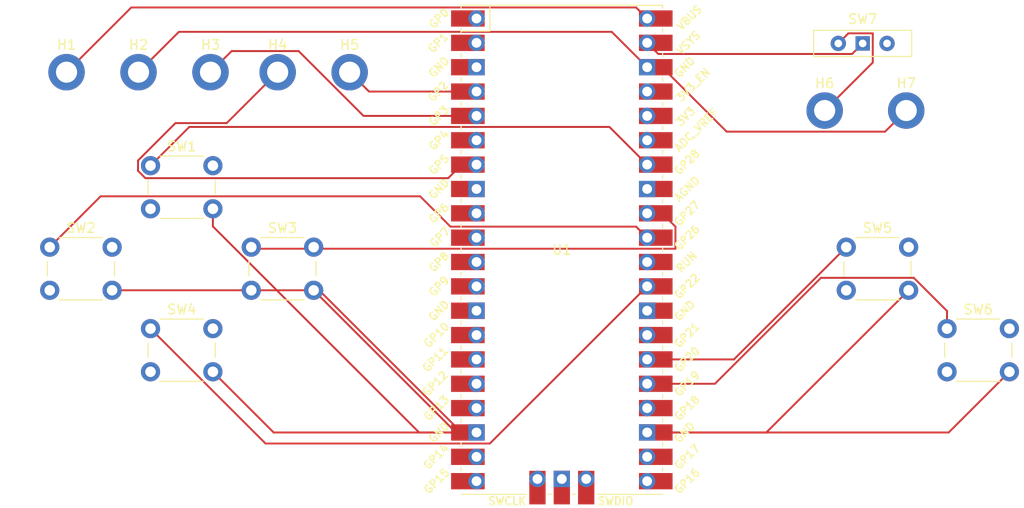
<source format=kicad_pcb>
(kicad_pcb (version 20241229) (generator "pcbnew") (generator_version "9.0")
  (layers (0 "F.Cu" signal) (2 "B.Cu" signal) (13 "F.Paste" user) (15 "B.Paste" user) (5 "F.SilkS" user "F.Silkscreen") (7 "B.SilkS" user "B.Silkscreen") (1 "F.Mask" user) (3 "B.Mask" user) (25 "Edge.Cuts" user))
  (net 0 "")
  (net 1 "Net-(U1-VBUS)")
  (net 2 "Net-(H2-Pad1)")
  (net 3 "Net-(U1-GPIO3)")
  (net 4 "Net-(U1-GPIO5)")
  (net 5 "Net-(U1-GPIO2)")
  (net 6 "Net-(SW7-B)")
  (net 7 "Net-(U1-GPIO28_ADC2)")
  (net 8 "Net-(SW1-Pad2)")
  (net 9 "Net-(U1-GPIO26_ADC0)")
  (net 10 "Net-(U1-GPIO27_ADC1)")
  (net 11 "Net-(U1-GPIO22)")
  (net 12 "Net-(SW5-Pad2)")
  (net 13 "Net-(U1-GPIO20)")
  (net 14 "Net-(U1-GPIO19)")
  (net 16 "Net-(SW7-A)")
  (footprint "MountingHole:MountingHole_2.2mm_M2_DIN965_Pad" (layer "F.Cu") (at 70.5 74)
    (property "Reference" "H1" (at 0 -2.85 0) (layer "F.SilkS"))
    (property "Value" "MountingHole_Pad")
    (pad "1" thru_hole circle (at 0 0) (size 3.8 3.8) (drill 2.2) (layers "*.Cu" "*.Mask") (net 1 "Net-(U1-VBUS)"))
  )
  (footprint "Button_Switch_THT:SW_PUSH_6mm" (layer "F.Cu") (at 79.25 83.75)
    (property "Reference" "SW1" (at 3.25 -2 0) (layer "F.SilkS"))
    (property "Value" "SW_Push")
    (fp_line (start -0.25 1.5) (end -0.25 3) (stroke (width 0.12)) (layer "F.SilkS"))
    (fp_line (start 1 5.5) (end 5.5 5.5) (stroke (width 0.12)) (layer "F.SilkS"))
    (fp_line (start 5.5 -1) (end 1 -1) (stroke (width 0.12)) (layer "F.SilkS"))
    (fp_line (start 6.75 3) (end 6.75 1.5) (stroke (width 0.12)) (layer "F.SilkS"))
    (pad "1" thru_hole circle (at 0 0 90) (size 2 2) (drill 1.1) (layers "*.Cu" "*.Mask") (net 7 "Net-(U1-GPIO28_ADC2)"))
    (pad "1" thru_hole circle (at 6.5 0 90) (size 2 2) (drill 1.1) (layers "*.Cu" "*.Mask") (net 7 "Net-(U1-GPIO28_ADC2)"))
    (pad "2" thru_hole circle (at 0 4.5 90) (size 2 2) (drill 1.1) (layers "*.Cu" "*.Mask") (net 8 "Net-(SW1-Pad2)"))
    (pad "2" thru_hole circle (at 6.5 4.5 90) (size 2 2) (drill 1.1) (layers "*.Cu" "*.Mask") (net 8 "Net-(SW1-Pad2)"))
  )
  (footprint "Button_Switch_THT:SW_PUSH_6mm" (layer "F.Cu") (at 89.75 92.25)
    (property "Reference" "SW3" (at 3.25 -2 0) (layer "F.SilkS"))
    (property "Value" "SW_Push")
    (fp_line (start -0.25 1.5) (end -0.25 3) (stroke (width 0.12)) (layer "F.SilkS"))
    (fp_line (start 1 5.5) (end 5.5 5.5) (stroke (width 0.12)) (layer "F.SilkS"))
    (fp_line (start 5.5 -1) (end 1 -1) (stroke (width 0.12)) (layer "F.SilkS"))
    (fp_line (start 6.75 3) (end 6.75 1.5) (stroke (width 0.12)) (layer "F.SilkS"))
    (pad "1" thru_hole circle (at 0 0 90) (size 2 2) (drill 1.1) (layers "*.Cu" "*.Mask") (net 10 "Net-(U1-GPIO27_ADC1)"))
    (pad "1" thru_hole circle (at 6.5 0 90) (size 2 2) (drill 1.1) (layers "*.Cu" "*.Mask") (net 10 "Net-(U1-GPIO27_ADC1)"))
    (pad "2" thru_hole circle (at 0 4.5 90) (size 2 2) (drill 1.1) (layers "*.Cu" "*.Mask") (net 8 "Net-(SW1-Pad2)"))
    (pad "2" thru_hole circle (at 6.5 4.5 90) (size 2 2) (drill 1.1) (layers "*.Cu" "*.Mask") (net 8 "Net-(SW1-Pad2)"))
  )
  (footprint "Button_Switch_THT:SW_Slide-03_Wuerth-WS-SLTV_10x2.5x6.4_P2.54mm" (layer "F.Cu") (at 153.46 71)
    (property "Reference" "SW7" (at 0 -2.54 0) (layer "F.SilkS"))
    (property "Value" "SW_SPDT")
    (fp_rect (start -5.11 -1.36) (end 5.11 1.36) (stroke (width 0.12)) (fill no) (layer "F.SilkS"))
    (pad "1" thru_hole rect (at 0 0) (size 1.5 1.5) (drill 0.8) (layers "*.Cu" "*.Mask") (net 16 "Net-(SW7-A)"))
    (pad "2" thru_hole circle (at -2.54 0) (size 1.6 1.6) (drill 0.8) (layers "*.Cu" "*.Mask") (net 6 "Net-(SW7-B)"))
    (pad "3" thru_hole circle (at 2.54 0) (size 1.6 1.6) (drill 0.8) (layers "*.Cu" "*.Mask"))
  )
  (footprint "Button_Switch_THT:SW_PUSH_6mm" (layer "F.Cu") (at 151.75 92.25)
    (property "Reference" "SW5" (at 3.25 -2 0) (layer "F.SilkS"))
    (property "Value" "SW_Push")
    (fp_line (start -0.25 1.5) (end -0.25 3) (stroke (width 0.12)) (layer "F.SilkS"))
    (fp_line (start 1 5.5) (end 5.5 5.5) (stroke (width 0.12)) (layer "F.SilkS"))
    (fp_line (start 5.5 -1) (end 1 -1) (stroke (width 0.12)) (layer "F.SilkS"))
    (fp_line (start 6.75 3) (end 6.75 1.5) (stroke (width 0.12)) (layer "F.SilkS"))
    (pad "1" thru_hole circle (at 0 0 90) (size 2 2) (drill 1.1) (layers "*.Cu" "*.Mask") (net 13 "Net-(U1-GPIO20)"))
    (pad "1" thru_hole circle (at 6.5 0 90) (size 2 2) (drill 1.1) (layers "*.Cu" "*.Mask") (net 13 "Net-(U1-GPIO20)"))
    (pad "2" thru_hole circle (at 0 4.5 90) (size 2 2) (drill 1.1) (layers "*.Cu" "*.Mask") (net 12 "Net-(SW5-Pad2)"))
    (pad "2" thru_hole circle (at 6.5 4.5 90) (size 2 2) (drill 1.1) (layers "*.Cu" "*.Mask") (net 12 "Net-(SW5-Pad2)"))
  )
  (footprint "Button_Switch_THT:SW_PUSH_6mm" (layer "F.Cu") (at 68.75 92.25)
    (property "Reference" "SW2" (at 3.25 -2 0) (layer "F.SilkS"))
    (property "Value" "SW_Push")
    (fp_line (start -0.25 1.5) (end -0.25 3) (stroke (width 0.12)) (layer "F.SilkS"))
    (fp_line (start 1 5.5) (end 5.5 5.5) (stroke (width 0.12)) (layer "F.SilkS"))
    (fp_line (start 5.5 -1) (end 1 -1) (stroke (width 0.12)) (layer "F.SilkS"))
    (fp_line (start 6.75 3) (end 6.75 1.5) (stroke (width 0.12)) (layer "F.SilkS"))
    (pad "1" thru_hole circle (at 0 0 90) (size 2 2) (drill 1.1) (layers "*.Cu" "*.Mask") (net 9 "Net-(U1-GPIO26_ADC0)"))
    (pad "1" thru_hole circle (at 6.5 0 90) (size 2 2) (drill 1.1) (layers "*.Cu" "*.Mask") (net 9 "Net-(U1-GPIO26_ADC0)"))
    (pad "2" thru_hole circle (at 0 4.5 90) (size 2 2) (drill 1.1) (layers "*.Cu" "*.Mask") (net 8 "Net-(SW1-Pad2)"))
    (pad "2" thru_hole circle (at 6.5 4.5 90) (size 2 2) (drill 1.1) (layers "*.Cu" "*.Mask") (net 8 "Net-(SW1-Pad2)"))
  )
  (footprint "MountingHole:MountingHole_2.2mm_M2_DIN965_Pad" (layer "F.Cu") (at 92.5 74)
    (property "Reference" "H4" (at 0 -2.85 0) (layer "F.SilkS"))
    (property "Value" "MountingHole_Pad")
    (pad "1" thru_hole circle (at 0 0) (size 3.8 3.8) (drill 2.2) (layers "*.Cu" "*.Mask") (net 4 "Net-(U1-GPIO5)"))
  )
  (footprint "Button_Switch_THT:SW_PUSH_6mm" (layer "F.Cu") (at 162.25 100.75)
    (property "Reference" "SW6" (at 3.25 -2 0) (layer "F.SilkS"))
    (property "Value" "SW_Push")
    (fp_line (start -0.25 1.5) (end -0.25 3) (stroke (width 0.12)) (layer "F.SilkS"))
    (fp_line (start 1 5.5) (end 5.5 5.5) (stroke (width 0.12)) (layer "F.SilkS"))
    (fp_line (start 5.5 -1) (end 1 -1) (stroke (width 0.12)) (layer "F.SilkS"))
    (fp_line (start 6.75 3) (end 6.75 1.5) (stroke (width 0.12)) (layer "F.SilkS"))
    (pad "1" thru_hole circle (at 0 0 90) (size 2 2) (drill 1.1) (layers "*.Cu" "*.Mask") (net 14 "Net-(U1-GPIO19)"))
    (pad "1" thru_hole circle (at 6.5 0 90) (size 2 2) (drill 1.1) (layers "*.Cu" "*.Mask") (net 14 "Net-(U1-GPIO19)"))
    (pad "2" thru_hole circle (at 0 4.5 90) (size 2 2) (drill 1.1) (layers "*.Cu" "*.Mask") (net 12 "Net-(SW5-Pad2)"))
    (pad "2" thru_hole circle (at 6.5 4.5 90) (size 2 2) (drill 1.1) (layers "*.Cu" "*.Mask") (net 12 "Net-(SW5-Pad2)"))
  )
  (footprint "Button_Switch_THT:SW_PUSH_6mm" (layer "F.Cu") (at 79.25 100.75)
    (property "Reference" "SW4" (at 3.25 -2 0) (layer "F.SilkS"))
    (property "Value" "SW_Push")
    (fp_line (start -0.25 1.5) (end -0.25 3) (stroke (width 0.12)) (layer "F.SilkS"))
    (fp_line (start 1 5.5) (end 5.5 5.5) (stroke (width 0.12)) (layer "F.SilkS"))
    (fp_line (start 5.5 -1) (end 1 -1) (stroke (width 0.12)) (layer "F.SilkS"))
    (fp_line (start 6.75 3) (end 6.75 1.5) (stroke (width 0.12)) (layer "F.SilkS"))
    (pad "1" thru_hole circle (at 0 0 90) (size 2 2) (drill 1.1) (layers "*.Cu" "*.Mask") (net 11 "Net-(U1-GPIO22)"))
    (pad "1" thru_hole circle (at 6.5 0 90) (size 2 2) (drill 1.1) (layers "*.Cu" "*.Mask") (net 11 "Net-(U1-GPIO22)"))
    (pad "2" thru_hole circle (at 0 4.5 90) (size 2 2) (drill 1.1) (layers "*.Cu" "*.Mask") (net 8 "Net-(SW1-Pad2)"))
    (pad "2" thru_hole circle (at 6.5 4.5 90) (size 2 2) (drill 1.1) (layers "*.Cu" "*.Mask") (net 8 "Net-(SW1-Pad2)"))
  )
  (footprint "MountingHole:MountingHole_2.2mm_M2_DIN965_Pad" (layer "F.Cu") (at 149.5 78)
    (property "Reference" "H6" (at 0 -2.85 0) (layer "F.SilkS"))
    (property "Value" "MountingHole_Pad")
    (pad "1" thru_hole circle (at 0 0) (size 3.8 3.8) (drill 2.2) (layers "*.Cu" "*.Mask") (net 6 "Net-(SW7-B)"))
  )
  (footprint "MCU_RaspberryPi_and_Boards:RPi_Pico_SMD_TH" (layer "F.Cu") (at 122.11 92.53)
    (property "Reference" "U1" (at 0 0 0) (layer "F.SilkS"))
    (property "Value" "Pico")
    (fp_line (start -10.5 -25.5) (end -10.5 -25.2) (stroke (width 0.12)) (layer "F.SilkS"))
    (fp_line (start -10.5 -25.5) (end 10.5 -25.5) (stroke (width 0.12)) (layer "F.SilkS"))
    (fp_line (start -10.5 -23.1) (end -10.5 -22.7) (stroke (width 0.12)) (layer "F.SilkS"))
    (fp_line (start -10.5 -22.833) (end -7.493 -22.833) (stroke (width 0.12)) (layer "F.SilkS"))
    (fp_line (start -10.5 -20.5) (end -10.5 -20.1) (stroke (width 0.12)) (layer "F.SilkS"))
    (fp_line (start -10.5 -18) (end -10.5 -17.6) (stroke (width 0.12)) (layer "F.SilkS"))
    (fp_line (start -10.5 -15.4) (end -10.5 -15) (stroke (width 0.12)) (layer "F.SilkS"))
    (fp_line (start -10.5 -12.9) (end -10.5 -12.5) (stroke (width 0.12)) (layer "F.SilkS"))
    (fp_line (start -10.5 -10.4) (end -10.5 -10) (stroke (width 0.12)) (layer "F.SilkS"))
    (fp_line (start -10.5 -7.8) (end -10.5 -7.4) (stroke (width 0.12)) (layer "F.SilkS"))
    (fp_line (start -10.5 -5.3) (end -10.5 -4.9) (stroke (width 0.12)) (layer "F.SilkS"))
    (fp_line (start -10.5 -2.7) (end -10.5 -2.3) (stroke (width 0.12)) (layer "F.SilkS"))
    (fp_line (start -10.5 -0.2) (end -10.5 0.2) (stroke (width 0.12)) (layer "F.SilkS"))
    (fp_line (start -10.5 2.3) (end -10.5 2.7) (stroke (width 0.12)) (layer "F.SilkS"))
    (fp_line (start -10.5 4.9) (end -10.5 5.3) (stroke (width 0.12)) (layer "F.SilkS"))
    (fp_line (start -10.5 7.4) (end -10.5 7.8) (stroke (width 0.12)) (layer "F.SilkS"))
    (fp_line (start -10.5 10) (end -10.5 10.4) (stroke (width 0.12)) (layer "F.SilkS"))
    (fp_line (start -10.5 12.5) (end -10.5 12.9) (stroke (width 0.12)) (layer "F.SilkS"))
    (fp_line (start -10.5 15.1) (end -10.5 15.5) (stroke (width 0.12)) (layer "F.SilkS"))
    (fp_line (start -10.5 17.6) (end -10.5 18) (stroke (width 0.12)) (layer "F.SilkS"))
    (fp_line (start -10.5 20.1) (end -10.5 20.5) (stroke (width 0.12)) (layer "F.SilkS"))
    (fp_line (start -10.5 22.7) (end -10.5 23.1) (stroke (width 0.12)) (layer "F.SilkS"))
    (fp_line (start -7.493 -22.833) (end -7.493 -25.5) (stroke (width 0.12)) (layer "F.SilkS"))
    (fp_line (start -3.7 25.5) (end -10.5 25.5) (stroke (width 0.12)) (layer "F.SilkS"))
    (fp_line (start -1.5 25.5) (end -1.1 25.5) (stroke (width 0.12)) (layer "F.SilkS"))
    (fp_line (start 1.1 25.5) (end 1.5 25.5) (stroke (width 0.12)) (layer "F.SilkS"))
    (fp_line (start 10.5 -25.5) (end 10.5 -25.2) (stroke (width 0.12)) (layer "F.SilkS"))
    (fp_line (start 10.5 -23.1) (end 10.5 -22.7) (stroke (width 0.12)) (layer "F.SilkS"))
    (fp_line (start 10.5 -20.5) (end 10.5 -20.1) (stroke (width 0.12)) (layer "F.SilkS"))
    (fp_line (start 10.5 -18) (end 10.5 -17.6) (stroke (width 0.12)) (layer "F.SilkS"))
    (fp_line (start 10.5 -15.4) (end 10.5 -15) (stroke (width 0.12)) (layer "F.SilkS"))
    (fp_line (start 10.5 -12.9) (end 10.5 -12.5) (stroke (width 0.12)) (layer "F.SilkS"))
    (fp_line (start 10.5 -10.4) (end 10.5 -10) (stroke (width 0.12)) (layer "F.SilkS"))
    (fp_line (start 10.5 -7.8) (end 10.5 -7.4) (stroke (width 0.12)) (layer "F.SilkS"))
    (fp_line (start 10.5 -5.3) (end 10.5 -4.9) (stroke (width 0.12)) (layer "F.SilkS"))
    (fp_line (start 10.5 -2.7) (end 10.5 -2.3) (stroke (width 0.12)) (layer "F.SilkS"))
    (fp_line (start 10.5 -0.2) (end 10.5 0.2) (stroke (width 0.12)) (layer "F.SilkS"))
    (fp_line (start 10.5 2.3) (end 10.5 2.7) (stroke (width 0.12)) (layer "F.SilkS"))
    (fp_line (start 10.5 4.9) (end 10.5 5.3) (stroke (width 0.12)) (layer "F.SilkS"))
    (fp_line (start 10.5 7.4) (end 10.5 7.8) (stroke (width 0.12)) (layer "F.SilkS"))
    (fp_line (start 10.5 10) (end 10.5 10.4) (stroke (width 0.12)) (layer "F.SilkS"))
    (fp_line (start 10.5 12.5) (end 10.5 12.9) (stroke (width 0.12)) (layer "F.SilkS"))
    (fp_line (start 10.5 15.1) (end 10.5 15.5) (stroke (width 0.12)) (layer "F.SilkS"))
    (fp_line (start 10.5 17.6) (end 10.5 18) (stroke (width 0.12)) (layer "F.SilkS"))
    (fp_line (start 10.5 20.1) (end 10.5 20.5) (stroke (width 0.12)) (layer "F.SilkS"))
    (fp_line (start 10.5 22.7) (end 10.5 23.1) (stroke (width 0.12)) (layer "F.SilkS"))
    (fp_line (start 10.5 25.5) (end 3.7 25.5) (stroke (width 0.12)) (layer "F.SilkS"))
    (fp_text user "GP18" (at 13.054 16.51 45) (layer "F.SilkS") (effects (font (size 0.8 0.8))))
    (fp_text user "GP4" (at -12.8 -11.43 45) (layer "F.SilkS") (effects (font (size 0.8 0.8))))
    (fp_text user "GP0" (at -12.8 -24.13 45) (layer "F.SilkS") (effects (font (size 0.8 0.8))))
    (fp_text user "GP15" (at -13.054 24.13 45) (layer "F.SilkS") (effects (font (size 0.8 0.8))))
    (fp_text user "GP12" (at -13.2 13.97 45) (layer "F.SilkS") (effects (font (size 0.8 0.8))))
    (fp_text user "GP21" (at 13.054 8.9 45) (layer "F.SilkS") (effects (font (size 0.8 0.8))))
    (fp_text user "SWDIO" (at 5.6 26.2 0) (layer "F.SilkS") (effects (font (size 0.8 0.8))))
    (fp_text user "GP27" (at 13.054 -3.8 45) (layer "F.SilkS") (effects (font (size 0.8 0.8))))
    (fp_text user "GND" (at -12.8 -19.05 45) (layer "F.SilkS") (effects (font (size 0.8 0.8))))
    (fp_text user "GP6" (at -12.8 -3.81 45) (layer "F.SilkS") (effects (font (size 0.8 0.8))))
    (fp_text user "GP2" (at -12.9 -16.51 45) (layer "F.SilkS") (effects (font (size 0.8 0.8))))
    (fp_text user "3V3_EN" (at 13.7 -17.2 45) (layer "F.SilkS") (effects (font (size 0.8 0.8))))
    (fp_text user "GP5" (at -12.8 -8.89 45) (layer "F.SilkS") (effects (font (size 0.8 0.8))))
    (fp_text user "VSYS" (at 13.2 -21.59 45) (layer "F.SilkS") (effects (font (size 0.8 0.8))))
    (fp_text user "GP3" (at -12.8 -13.97 45) (layer "F.SilkS") (effects (font (size 0.8 0.8))))
    (fp_text user "RUN" (at 13 1.27 45) (layer "F.SilkS") (effects (font (size 0.8 0.8))))
    (fp_text user "GP1" (at -12.9 -21.6 45) (layer "F.SilkS") (effects (font (size 0.8 0.8))))
    (fp_text user "GP19" (at 13.054 13.97 45) (layer "F.SilkS") (effects (font (size 0.8 0.8))))
    (fp_text user "GND" (at -12.8 6.35 45) (layer "F.SilkS") (effects (font (size 0.8 0.8))))
    (fp_text user "GP8" (at -12.8 1.27 45) (layer "F.SilkS") (effects (font (size 0.8 0.8))))
    (fp_text user "GND" (at 12.8 6.35 45) (layer "F.SilkS") (effects (font (size 0.8 0.8))))
    (fp_text user "ADC_VREF" (at 14 -12.5 45) (layer "F.SilkS") (effects (font (size 0.8 0.8))))
    (fp_text user "GND" (at -12.8 19.05 45) (layer "F.SilkS") (effects (font (size 0.8 0.8))))
    (fp_text user "GND" (at 12.8 -19.05 45) (layer "F.SilkS") (effects (font (size 0.8 0.8))))
    (fp_text user "GP14" (at -13.1 21.59 45) (layer "F.SilkS") (effects (font (size 0.8 0.8))))
    (fp_text user "GND" (at -12.8 -6.35 45) (layer "F.SilkS") (effects (font (size 0.8 0.8))))
    (fp_text user "GP22" (at 13.054 3.81 45) (layer "F.SilkS") (effects (font (size 0.8 0.8))))
    (fp_text user "GP28" (at 13.054 -9.144 45) (layer "F.SilkS") (effects (font (size 0.8 0.8))))
    (fp_text user "GP10" (at -13.054 8.89 45) (layer "F.SilkS") (effects (font (size 0.8 0.8))))
    (fp_text user "GP17" (at 13.054 21.59 45) (layer "F.SilkS") (effects (font (size 0.8 0.8))))
    (fp_text user "SWCLK" (at -5.7 26.2 0) (layer "F.SilkS") (effects (font (size 0.8 0.8))))
    (fp_text user "GND" (at 12.8 19.05 45) (layer "F.SilkS") (effects (font (size 0.8 0.8))))
    (fp_text user "3V3" (at 12.9 -13.9 45) (layer "F.SilkS") (effects (font (size 0.8 0.8))))
    (fp_text user "GP9" (at -12.8 3.81 45) (layer "F.SilkS") (effects (font (size 0.8 0.8))))
    (fp_text user "VBUS" (at 13.3 -24.2 45) (layer "F.SilkS") (effects (font (size 0.8 0.8))))
    (fp_text user "AGND" (at 13.054 -6.35 45) (layer "F.SilkS") (effects (font (size 0.8 0.8))))
    (fp_text user "GP7" (at -12.7 -1.3 45) (layer "F.SilkS") (effects (font (size 0.8 0.8))))
    (fp_text user "GP16" (at 13.054 24.13 45) (layer "F.SilkS") (effects (font (size 0.8 0.8))))
    (fp_text user "GP13" (at -13.054 16.51 45) (layer "F.SilkS") (effects (font (size 0.8 0.8))))
    (fp_text user "GP26" (at 13.054 -1.27 45) (layer "F.SilkS") (effects (font (size 0.8 0.8))))
    (fp_text user "GP20" (at 13.054 11.43 45) (layer "F.SilkS") (effects (font (size 0.8 0.8))))
    (fp_text user "GP11" (at -13.2 11.43 45) (layer "F.SilkS") (effects (font (size 0.8 0.8))))
    (pad "" np_thru_hole oval (at -2.725 -24) (size 1.8 1.8) (drill 1.8) (layers "*.Cu" "*.Mask"))
    (pad "" np_thru_hole oval (at -2.425 -20.97) (size 1.5 1.5) (drill 1.5) (layers "*.Cu" "*.Mask"))
    (pad "" np_thru_hole oval (at 2.425 -20.97) (size 1.5 1.5) (drill 1.5) (layers "*.Cu" "*.Mask"))
    (pad "" np_thru_hole oval (at 2.725 -24) (size 1.8 1.8) (drill 1.8) (layers "*.Cu" "*.Mask"))
    (pad "1" thru_hole oval (at -8.89 -24.13) (size 1.7 1.7) (drill 1.02) (layers "*.Cu" "*.Mask"))
    (pad "1" smd rect (at -8.89 -24.13) (size 3.5 1.7) (drill (offset -0.9 0)) (layers "F.Cu" "F.Mask"))
    (pad "2" thru_hole oval (at -8.89 -21.59) (size 1.7 1.7) (drill 1.02) (layers "*.Cu" "*.Mask"))
    (pad "2" smd rect (at -8.89 -21.59) (size 3.5 1.7) (drill (offset -0.9 0)) (layers "F.Cu" "F.Mask"))
    (pad "3" thru_hole rect (at -8.89 -19.05) (size 1.7 1.7) (drill 1.02) (layers "*.Cu" "*.Mask"))
    (pad "3" smd rect (at -8.89 -19.05) (size 3.5 1.7) (drill (offset -0.9 0)) (layers "F.Cu" "F.Mask"))
    (pad "4" thru_hole oval (at -8.89 -16.51) (size 1.7 1.7) (drill 1.02) (layers "*.Cu" "*.Mask") (net 5 "Net-(U1-GPIO2)"))
    (pad "4" smd rect (at -8.89 -16.51) (size 3.5 1.7) (drill (offset -0.9 0)) (layers "F.Cu" "F.Mask") (net 5 "Net-(U1-GPIO2)"))
    (pad "5" thru_hole oval (at -8.89 -13.97) (size 1.7 1.7) (drill 1.02) (layers "*.Cu" "*.Mask") (net 3 "Net-(U1-GPIO3)"))
    (pad "5" smd rect (at -8.89 -13.97) (size 3.5 1.7) (drill (offset -0.9 0)) (layers "F.Cu" "F.Mask") (net 3 "Net-(U1-GPIO3)"))
    (pad "6" thru_hole oval (at -8.89 -11.43) (size 1.7 1.7) (drill 1.02) (layers "*.Cu" "*.Mask"))
    (pad "6" smd rect (at -8.89 -11.43) (size 3.5 1.7) (drill (offset -0.9 0)) (layers "F.Cu" "F.Mask"))
    (pad "7" thru_hole oval (at -8.89 -8.89) (size 1.7 1.7) (drill 1.02) (layers "*.Cu" "*.Mask") (net 4 "Net-(U1-GPIO5)"))
    (pad "7" smd rect (at -8.89 -8.89) (size 3.5 1.7) (drill (offset -0.9 0)) (layers "F.Cu" "F.Mask") (net 4 "Net-(U1-GPIO5)"))
    (pad "8" thru_hole rect (at -8.89 -6.35) (size 1.7 1.7) (drill 1.02) (layers "*.Cu" "*.Mask"))
    (pad "8" smd rect (at -8.89 -6.35) (size 3.5 1.7) (drill (offset -0.9 0)) (layers "F.Cu" "F.Mask"))
    (pad "9" thru_hole oval (at -8.89 -3.81) (size 1.7 1.7) (drill 1.02) (layers "*.Cu" "*.Mask"))
    (pad "9" smd rect (at -8.89 -3.81) (size 3.5 1.7) (drill (offset -0.9 0)) (layers "F.Cu" "F.Mask"))
    (pad "10" thru_hole oval (at -8.89 -1.27) (size 1.7 1.7) (drill 1.02) (layers "*.Cu" "*.Mask"))
    (pad "10" smd rect (at -8.89 -1.27) (size 3.5 1.7) (drill (offset -0.9 0)) (layers "F.Cu" "F.Mask"))
    (pad "11" thru_hole oval (at -8.89 1.27) (size 1.7 1.7) (drill 1.02) (layers "*.Cu" "*.Mask"))
    (pad "11" smd rect (at -8.89 1.27) (size 3.5 1.7) (drill (offset -0.9 0)) (layers "F.Cu" "F.Mask"))
    (pad "12" thru_hole oval (at -8.89 3.81) (size 1.7 1.7) (drill 1.02) (layers "*.Cu" "*.Mask"))
    (pad "12" smd rect (at -8.89 3.81) (size 3.5 1.7) (drill (offset -0.9 0)) (layers "F.Cu" "F.Mask"))
    (pad "13" thru_hole rect (at -8.89 6.35) (size 1.7 1.7) (drill 1.02) (layers "*.Cu" "*.Mask"))
    (pad "13" smd rect (at -8.89 6.35) (size 3.5 1.7) (drill (offset -0.9 0)) (layers "F.Cu" "F.Mask"))
    (pad "14" thru_hole oval (at -8.89 8.89) (size 1.7 1.7) (drill 1.02) (layers "*.Cu" "*.Mask"))
    (pad "14" smd rect (at -8.89 8.89) (size 3.5 1.7) (drill (offset -0.9 0)) (layers "F.Cu" "F.Mask"))
    (pad "15" thru_hole oval (at -8.89 11.43) (size 1.7 1.7) (drill 1.02) (layers "*.Cu" "*.Mask"))
    (pad "15" smd rect (at -8.89 11.43) (size 3.5 1.7) (drill (offset -0.9 0)) (layers "F.Cu" "F.Mask"))
    (pad "16" thru_hole oval (at -8.89 13.97) (size 1.7 1.7) (drill 1.02) (layers "*.Cu" "*.Mask"))
    (pad "16" smd rect (at -8.89 13.97) (size 3.5 1.7) (drill (offset -0.9 0)) (layers "F.Cu" "F.Mask"))
    (pad "17" thru_hole oval (at -8.89 16.51) (size 1.7 1.7) (drill 1.02) (layers "*.Cu" "*.Mask"))
    (pad "17" smd rect (at -8.89 16.51) (size 3.5 1.7) (drill (offset -0.9 0)) (layers "F.Cu" "F.Mask"))
    (pad "18" thru_hole rect (at -8.89 19.05) (size 1.7 1.7) (drill 1.02) (layers "*.Cu" "*.Mask") (net 8 "Net-(SW1-Pad2)"))
    (pad "18" smd rect (at -8.89 19.05) (size 3.5 1.7) (drill (offset -0.9 0)) (layers "F.Cu" "F.Mask") (net 8 "Net-(SW1-Pad2)"))
    (pad "19" thru_hole oval (at -8.89 21.59) (size 1.7 1.7) (drill 1.02) (layers "*.Cu" "*.Mask"))
    (pad "19" smd rect (at -8.89 21.59) (size 3.5 1.7) (drill (offset -0.9 0)) (layers "F.Cu" "F.Mask"))
    (pad "20" thru_hole oval (at -8.89 24.13) (size 1.7 1.7) (drill 1.02) (layers "*.Cu" "*.Mask"))
    (pad "20" smd rect (at -8.89 24.13) (size 3.5 1.7) (drill (offset -0.9 0)) (layers "F.Cu" "F.Mask"))
    (pad "21" thru_hole oval (at 8.89 24.13) (size 1.7 1.7) (drill 1.02) (layers "*.Cu" "*.Mask"))
    (pad "21" smd rect (at 8.89 24.13) (size 3.5 1.7) (drill (offset 0.9 0)) (layers "F.Cu" "F.Mask"))
    (pad "22" thru_hole oval (at 8.89 21.59) (size 1.7 1.7) (drill 1.02) (layers "*.Cu" "*.Mask"))
    (pad "22" smd rect (at 8.89 21.59) (size 3.5 1.7) (drill (offset 0.9 0)) (layers "F.Cu" "F.Mask"))
    (pad "23" thru_hole rect (at 8.89 19.05) (size 1.7 1.7) (drill 1.02) (layers "*.Cu" "*.Mask") (net 12 "Net-(SW5-Pad2)"))
    (pad "23" smd rect (at 8.89 19.05) (size 3.5 1.7) (drill (offset 0.9 0)) (layers "F.Cu" "F.Mask") (net 12 "Net-(SW5-Pad2)"))
    (pad "24" thru_hole oval (at 8.89 16.51) (size 1.7 1.7) (drill 1.02) (layers "*.Cu" "*.Mask"))
    (pad "24" smd rect (at 8.89 16.51) (size 3.5 1.7) (drill (offset 0.9 0)) (layers "F.Cu" "F.Mask"))
    (pad "25" thru_hole oval (at 8.89 13.97) (size 1.7 1.7) (drill 1.02) (layers "*.Cu" "*.Mask") (net 14 "Net-(U1-GPIO19)"))
    (pad "25" smd rect (at 8.89 13.97) (size 3.5 1.7) (drill (offset 0.9 0)) (layers "F.Cu" "F.Mask") (net 14 "Net-(U1-GPIO19)"))
    (pad "26" thru_hole oval (at 8.89 11.43) (size 1.7 1.7) (drill 1.02) (layers "*.Cu" "*.Mask") (net 13 "Net-(U1-GPIO20)"))
    (pad "26" smd rect (at 8.89 11.43) (size 3.5 1.7) (drill (offset 0.9 0)) (layers "F.Cu" "F.Mask") (net 13 "Net-(U1-GPIO20)"))
    (pad "27" thru_hole oval (at 8.89 8.89) (size 1.7 1.7) (drill 1.02) (layers "*.Cu" "*.Mask"))
    (pad "27" smd rect (at 8.89 8.89) (size 3.5 1.7) (drill (offset 0.9 0)) (layers "F.Cu" "F.Mask"))
    (pad "28" thru_hole rect (at 8.89 6.35) (size 1.7 1.7) (drill 1.02) (layers "*.Cu" "*.Mask"))
    (pad "28" smd rect (at 8.89 6.35) (size 3.5 1.7) (drill (offset 0.9 0)) (layers "F.Cu" "F.Mask"))
    (pad "29" thru_hole oval (at 8.89 3.81) (size 1.7 1.7) (drill 1.02) (layers "*.Cu" "*.Mask") (net 11 "Net-(U1-GPIO22)"))
    (pad "29" smd rect (at 8.89 3.81) (size 3.5 1.7) (drill (offset 0.9 0)) (layers "F.Cu" "F.Mask") (net 11 "Net-(U1-GPIO22)"))
    (pad "30" thru_hole oval (at 8.89 1.27) (size 1.7 1.7) (drill 1.02) (layers "*.Cu" "*.Mask"))
    (pad "30" smd rect (at 8.89 1.27) (size 3.5 1.7) (drill (offset 0.9 0)) (layers "F.Cu" "F.Mask"))
    (pad "31" thru_hole oval (at 8.89 -1.27) (size 1.7 1.7) (drill 1.02) (layers "*.Cu" "*.Mask") (net 9 "Net-(U1-GPIO26_ADC0)"))
    (pad "31" smd rect (at 8.89 -1.27) (size 3.5 1.7) (drill (offset 0.9 0)) (layers "F.Cu" "F.Mask") (net 9 "Net-(U1-GPIO26_ADC0)"))
    (pad "32" thru_hole oval (at 8.89 -3.81) (size 1.7 1.7) (drill 1.02) (layers "*.Cu" "*.Mask") (net 10 "Net-(U1-GPIO27_ADC1)"))
    (pad "32" smd rect (at 8.89 -3.81) (size 3.5 1.7) (drill (offset 0.9 0)) (layers "F.Cu" "F.Mask") (net 10 "Net-(U1-GPIO27_ADC1)"))
    (pad "33" thru_hole rect (at 8.89 -6.35) (size 1.7 1.7) (drill 1.02) (layers "*.Cu" "*.Mask"))
    (pad "33" smd rect (at 8.89 -6.35) (size 3.5 1.7) (drill (offset 0.9 0)) (layers "F.Cu" "F.Mask"))
    (pad "34" thru_hole oval (at 8.89 -8.89) (size 1.7 1.7) (drill 1.02) (layers "*.Cu" "*.Mask") (net 7 "Net-(U1-GPIO28_ADC2)"))
    (pad "34" smd rect (at 8.89 -8.89) (size 3.5 1.7) (drill (offset 0.9 0)) (layers "F.Cu" "F.Mask") (net 7 "Net-(U1-GPIO28_ADC2)"))
    (pad "35" thru_hole oval (at 8.89 -11.43) (size 1.7 1.7) (drill 1.02) (layers "*.Cu" "*.Mask"))
    (pad "35" smd rect (at 8.89 -11.43) (size 3.5 1.7) (drill (offset 0.9 0)) (layers "F.Cu" "F.Mask"))
    (pad "36" thru_hole oval (at 8.89 -13.97) (size 1.7 1.7) (drill 1.02) (layers "*.Cu" "*.Mask"))
    (pad "36" smd rect (at 8.89 -13.97) (size 3.5 1.7) (drill (offset 0.9 0)) (layers "F.Cu" "F.Mask"))
    (pad "37" thru_hole oval (at 8.89 -16.51) (size 1.7 1.7) (drill 1.02) (layers "*.Cu" "*.Mask"))
    (pad "37" smd rect (at 8.89 -16.51) (size 3.5 1.7) (drill (offset 0.9 0)) (layers "F.Cu" "F.Mask"))
    (pad "38" thru_hole rect (at 8.89 -19.05) (size 1.7 1.7) (drill 1.02) (layers "*.Cu" "*.Mask") (net 2 "Net-(H2-Pad1)"))
    (pad "38" smd rect (at 8.89 -19.05) (size 3.5 1.7) (drill (offset 0.9 0)) (layers "F.Cu" "F.Mask") (net 2 "Net-(H2-Pad1)"))
    (pad "39" thru_hole oval (at 8.89 -21.59) (size 1.7 1.7) (drill 1.02) (layers "*.Cu" "*.Mask") (net 16 "Net-(SW7-A)"))
    (pad "39" smd rect (at 8.89 -21.59) (size 3.5 1.7) (drill (offset 0.9 0)) (layers "F.Cu" "F.Mask") (net 16 "Net-(SW7-A)"))
    (pad "40" thru_hole oval (at 8.89 -24.13) (size 1.7 1.7) (drill 1.02) (layers "*.Cu" "*.Mask") (net 1 "Net-(U1-VBUS)"))
    (pad "40" smd rect (at 8.89 -24.13) (size 3.5 1.7) (drill (offset 0.9 0)) (layers "F.Cu" "F.Mask") (net 1 "Net-(U1-VBUS)"))
    (pad "41" thru_hole oval (at -2.54 23.9) (size 1.7 1.7) (drill 1.02) (layers "*.Cu" "*.Mask"))
    (pad "41" smd rect (at -2.54 23.9 90) (size 3.5 1.7) (drill (offset -0.9 0)) (layers "F.Cu" "F.Mask"))
    (pad "42" thru_hole rect (at 0 23.9) (size 1.7 1.7) (drill 1.02) (layers "*.Cu" "*.Mask"))
    (pad "42" smd rect (at 0 23.9 90) (size 3.5 1.7) (drill (offset -0.9 0)) (layers "F.Cu" "F.Mask"))
    (pad "43" thru_hole oval (at 2.54 23.9) (size 1.7 1.7) (drill 1.02) (layers "*.Cu" "*.Mask"))
    (pad "43" smd rect (at 2.54 23.9 90) (size 3.5 1.7) (drill (offset -0.9 0)) (layers "F.Cu" "F.Mask"))
  )
  (footprint "MountingHole:MountingHole_2.2mm_M2_DIN965_Pad" (layer "F.Cu") (at 78 74)
    (property "Reference" "H2" (at 0 -2.85 0) (layer "F.SilkS"))
    (property "Value" "MountingHole_Pad")
    (pad "1" thru_hole circle (at 0 0) (size 3.8 3.8) (drill 2.2) (layers "*.Cu" "*.Mask") (net 2 "Net-(H2-Pad1)"))
  )
  (footprint "MountingHole:MountingHole_2.2mm_M2_DIN965_Pad" (layer "F.Cu") (at 85.5 74)
    (property "Reference" "H3" (at 0 -2.85 0) (layer "F.SilkS"))
    (property "Value" "MountingHole_Pad")
    (pad "1" thru_hole circle (at 0 0) (size 3.8 3.8) (drill 2.2) (layers "*.Cu" "*.Mask") (net 3 "Net-(U1-GPIO3)"))
  )
  (footprint "MountingHole:MountingHole_2.2mm_M2_DIN965_Pad" (layer "F.Cu") (at 158 78)
    (property "Reference" "H7" (at 0 -2.85 0) (layer "F.SilkS"))
    (property "Value" "MountingHole_Pad")
    (pad "1" thru_hole circle (at 0 0) (size 3.8 3.8) (drill 2.2) (layers "*.Cu" "*.Mask") (net 2 "Net-(H2-Pad1)"))
  )
  (footprint "MountingHole:MountingHole_2.2mm_M2_DIN965_Pad" (layer "F.Cu") (at 100 74)
    (property "Reference" "H5" (at 0 -2.85 0) (layer "F.SilkS"))
    (property "Value" "MountingHole_Pad")
    (pad "1" thru_hole circle (at 0 0) (size 3.8 3.8) (drill 2.2) (layers "*.Cu" "*.Mask") (net 5 "Net-(U1-GPIO2)"))
  )
  (segment (start 70.5 74) (end 77.251 67.249) (width 0.2) (layer "F.Cu") (net 1))
  (segment (start 129.849 67.249) (end 131 68.4) (width 0.2) (layer "F.Cu") (net 1))
  (segment (start 77.251 67.249) (end 129.849 67.249) (width 0.2) (layer "F.Cu") (net 1))
  (segment (start 158 78) (end 155.799 80.201) (width 0.2) (layer "F.Cu") (net 2))
  (segment (start 127.309 69.789) (end 131 73.48) (width 0.2) (layer "F.Cu") (net 2))
  (segment (start 78 74) (end 82.211 69.789) (width 0.2) (layer "F.Cu") (net 2))
  (segment (start 82.211 69.789) (end 127.309 69.789) (width 0.2) (layer "F.Cu") (net 2))
  (segment (start 155.799 80.201) (end 139.283 80.201) (width 0.2) (layer "F.Cu") (net 2))
  (segment (start 132.562 73.48) (end 131 73.48) (width 0.2) (layer "F.Cu") (net 2))
  (segment (start 139.283 80.201) (end 132.562 73.48) (width 0.2) (layer "F.Cu") (net 2))
  (segment (start 101.447315 78.56) (end 113.22 78.56) (width 0.2) (layer "F.Cu") (net 3))
  (segment (start 85.5 74) (end 87.701 71.799) (width 0.2) (layer "F.Cu") (net 3))
  (segment (start 94.686315 71.799) (end 101.447315 78.56) (width 0.2) (layer "F.Cu") (net 3))
  (segment (start 87.701 71.799) (end 94.686315 71.799) (width 0.2) (layer "F.Cu") (net 3))
  (segment (start 110.269 85.051) (end 111.68 83.64) (width 0.2) (layer "F.Cu") (net 4))
  (segment (start 87.19 79.31) (end 81.850108 79.31) (width 0.2) (layer "F.Cu") (net 4))
  (segment (start 78.711108 85.051) (end 110.269 85.051) (width 0.2) (layer "F.Cu") (net 4))
  (segment (start 77.949 84.288892) (end 78.711108 85.051) (width 0.2) (layer "F.Cu") (net 4))
  (segment (start 77.949 83.211108) (end 77.949 84.288892) (width 0.2) (layer "F.Cu") (net 4))
  (segment (start 92.5 74) (end 87.19 79.31) (width 0.2) (layer "F.Cu") (net 4))
  (segment (start 111.68 83.64) (end 113.22 83.64) (width 0.2) (layer "F.Cu") (net 4))
  (segment (start 81.850108 79.31) (end 77.949 83.211108) (width 0.2) (layer "F.Cu") (net 4))
  (segment (start 102.02 76.02) (end 113.22 76.02) (width 0.2) (layer "F.Cu") (net 5))
  (segment (start 100 74) (end 102.02 76.02) (width 0.2) (layer "F.Cu") (net 5))
  (segment (start 150.92 71) (end 151.971 69.949) (width 0.2) (layer "F.Cu") (net 6))
  (segment (start 154.511 72.989) (end 149.5 78) (width 0.2) (layer "F.Cu") (net 6))
  (segment (start 154.511 69.949) (end 154.511 72.989) (width 0.2) (layer "F.Cu") (net 6))
  (segment (start 151.971 69.949) (end 154.511 69.949) (width 0.2) (layer "F.Cu") (net 6))
  (segment (start 83.289 79.711) (end 127.071 79.711) (width 0.2) (layer "F.Cu") (net 7))
  (segment (start 79.25 83.75) (end 83.289 79.711) (width 0.2) (layer "F.Cu") (net 7))
  (segment (start 127.071 79.711) (end 131 83.64) (width 0.2) (layer "F.Cu") (net 7))
  (segment (start 96.828 96.75) (end 111.658 111.58) (width 0.2) (layer "F.Cu") (net 8))
  (segment (start 111.658 111.58) (end 113.22 111.58) (width 0.2) (layer "F.Cu") (net 8))
  (segment (start 85.75 105.25) (end 92.08 111.58) (width 0.2) (layer "F.Cu") (net 8))
  (segment (start 107.240108 111.58) (end 113.22 111.58) (width 0.2) (layer "F.Cu") (net 8))
  (segment (start 85.75 88.25) (end 85.75 90.089892) (width 0.2) (layer "F.Cu") (net 8))
  (segment (start 85.75 90.089892) (end 107.240108 111.58) (width 0.2) (layer "F.Cu") (net 8))
  (segment (start 111.08 111.58) (end 113.22 111.58) (width 0.2) (layer "F.Cu") (net 8))
  (segment (start 96.25 96.75) (end 111.08 111.58) (width 0.2) (layer "F.Cu") (net 8))
  (segment (start 75.25 96.75) (end 96.828 96.75) (width 0.2) (layer "F.Cu") (net 8))
  (segment (start 92.08 111.58) (end 113.22 111.58) (width 0.2) (layer "F.Cu") (net 8))
  (segment (start 129.849 90.109) (end 131 91.26) (width 0.2) (layer "F.Cu") (net 9))
  (segment (start 74.051 86.949) (end 107.347 86.949) (width 0.2) (layer "F.Cu") (net 9))
  (segment (start 107.347 86.949) (end 110.507 90.109) (width 0.2) (layer "F.Cu") (net 9))
  (segment (start 110.507 90.109) (end 129.849 90.109) (width 0.2) (layer "F.Cu") (net 9))
  (segment (start 68.75 92.25) (end 74.051 86.949) (width 0.2) (layer "F.Cu") (net 9))
  (segment (start 133.951 92.411) (end 133.951 90.109) (width 0.2) (layer "F.Cu") (net 10))
  (segment (start 133.951 90.109) (end 132.562 88.72) (width 0.2) (layer "F.Cu") (net 10))
  (segment (start 89.75 92.25) (end 89.911 92.411) (width 0.2) (layer "F.Cu") (net 10))
  (segment (start 89.911 92.411) (end 133.951 92.411) (width 0.2) (layer "F.Cu") (net 10))
  (segment (start 132.562 88.72) (end 131 88.72) (width 0.2) (layer "F.Cu") (net 10))
  (segment (start 79.25 100.75) (end 91.231 112.731) (width 0.2) (layer "F.Cu") (net 11))
  (segment (start 91.231 112.731) (end 114.609 112.731) (width 0.2) (layer "F.Cu") (net 11))
  (segment (start 114.609 112.731) (end 131 96.34) (width 0.2) (layer "F.Cu") (net 11))
  (segment (start 158.25 96.75) (end 143.42 111.58) (width 0.2) (layer "F.Cu") (net 12))
  (segment (start 168.75 105.25) (end 162.42 111.58) (width 0.2) (layer "F.Cu") (net 12))
  (segment (start 143.42 111.58) (end 131 111.58) (width 0.2) (layer "F.Cu") (net 12))
  (segment (start 162.42 111.58) (end 131 111.58) (width 0.2) (layer "F.Cu") (net 12))
  (segment (start 140.04 103.96) (end 131 103.96) (width 0.2) (layer "F.Cu") (net 13))
  (segment (start 151.75 92.25) (end 140.04 103.96) (width 0.2) (layer "F.Cu") (net 13))
  (segment (start 162.25 98.910108) (end 158.788892 95.449) (width 0.2) (layer "F.Cu") (net 14))
  (segment (start 162.25 100.75) (end 162.25 98.910108) (width 0.2) (layer "F.Cu") (net 14))
  (segment (start 158.788892 95.449) (end 149.1181 95.449) (width 0.2) (layer "F.Cu") (net 14))
  (segment (start 138.0671 106.5) (end 131 106.5) (width 0.2) (layer "F.Cu") (net 14))
  (segment (start 149.1181 95.449) (end 138.0671 106.5) (width 0.2) (layer "F.Cu") (net 14))
  (segment (start 132.161 72.101) (end 131 70.94) (width 0.2) (layer "F.Cu") (net 16))
  (segment (start 153.46 71) (end 152.359 72.101) (width 0.2) (layer "F.Cu") (net 16))
  (segment (start 152.359 72.101) (end 132.161 72.101) (width 0.2) (layer "F.Cu") (net 16))
)
</source>
